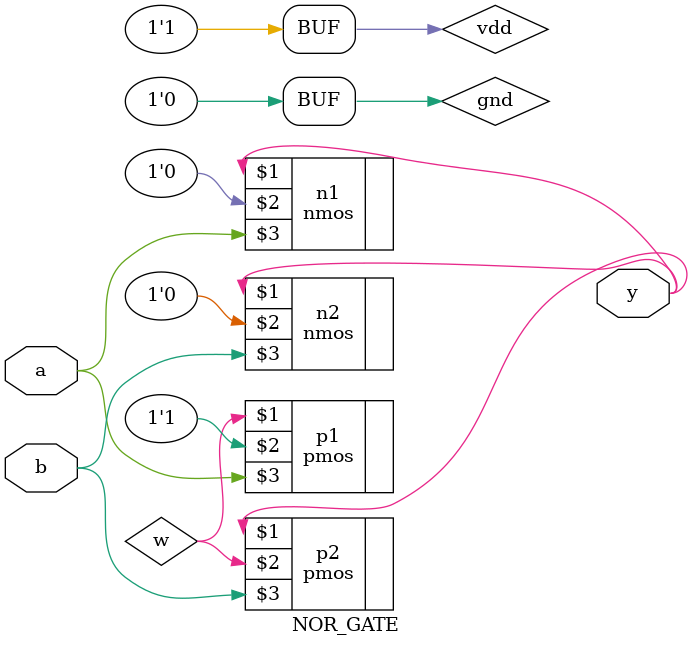
<source format=v>
module NOR_GATE(a,b,y);
     input a,b;
     output y;

     //internal signols
     wire w;
     supply1 vdd;
     supply0 gnd;

     //switch primitives
     pmos p1(w,vdd,a);
     pmos p2(y,w,b);

     nmos n1(y,gnd,a);
     nmos n2(y,gnd,b);
endmodule

</source>
